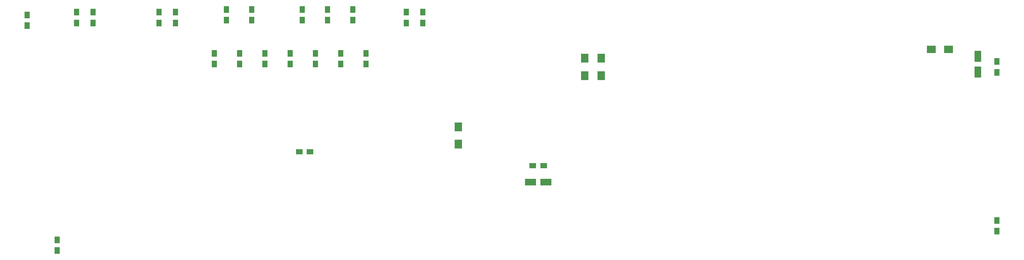
<source format=gbr>
G04 #@! TF.FileFunction,Paste,Bot*
%FSLAX46Y46*%
G04 Gerber Fmt 4.6, Leading zero omitted, Abs format (unit mm)*
G04 Created by KiCad (PCBNEW 4.0.7) date Sat Mar 24 11:27:51 2018*
%MOMM*%
%LPD*%
G01*
G04 APERTURE LIST*
%ADD10C,0.100000*%
%ADD11R,1.700000X2.000000*%
%ADD12R,1.250000X1.500000*%
%ADD13R,1.500000X1.250000*%
%ADD14R,2.000000X1.700000*%
%ADD15R,2.600000X1.600000*%
%ADD16R,1.600000X2.600000*%
G04 APERTURE END LIST*
D10*
D11*
X207010000Y-71025000D03*
X207010000Y-75025000D03*
X210820000Y-71025000D03*
X210820000Y-75025000D03*
D12*
X89535000Y-60345000D03*
X89535000Y-62845000D03*
X93345000Y-60345000D03*
X93345000Y-62845000D03*
X108585000Y-60345000D03*
X108585000Y-62845000D03*
X112395000Y-60345000D03*
X112395000Y-62845000D03*
X165735000Y-60345000D03*
X165735000Y-62845000D03*
X169545000Y-60345000D03*
X169545000Y-62845000D03*
D13*
X194965000Y-95885000D03*
X197465000Y-95885000D03*
D12*
X302260000Y-111085000D03*
X302260000Y-108585000D03*
X85090000Y-113050000D03*
X85090000Y-115550000D03*
D11*
X177800000Y-90900000D03*
X177800000Y-86900000D03*
D13*
X141010000Y-92710000D03*
X143510000Y-92710000D03*
D12*
X124206000Y-59710000D03*
X124206000Y-62210000D03*
X130048000Y-59710000D03*
X130048000Y-62210000D03*
X141732000Y-59710000D03*
X141732000Y-62210000D03*
X147574000Y-59710000D03*
X147574000Y-62210000D03*
X153416000Y-59710000D03*
X153416000Y-62210000D03*
X121412000Y-69870000D03*
X121412000Y-72370000D03*
X127254000Y-69870000D03*
X127254000Y-72370000D03*
X133096000Y-69870000D03*
X133096000Y-72370000D03*
X138938000Y-69870000D03*
X138938000Y-72370000D03*
X144780000Y-69870000D03*
X144780000Y-72370000D03*
X150622000Y-69870000D03*
X150622000Y-72370000D03*
X156464000Y-69870000D03*
X156464000Y-72370000D03*
X78105000Y-60980000D03*
X78105000Y-63480000D03*
X302260000Y-71775000D03*
X302260000Y-74275000D03*
D14*
X287052000Y-68961000D03*
X291052000Y-68961000D03*
D15*
X194415000Y-99695000D03*
X198015000Y-99695000D03*
D16*
X297815000Y-70590000D03*
X297815000Y-74190000D03*
M02*

</source>
